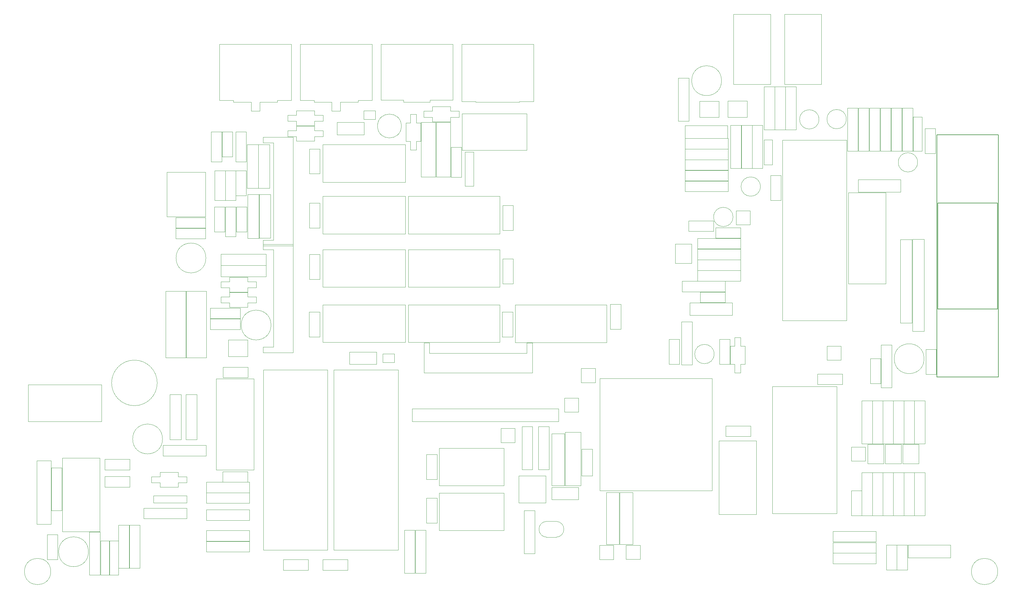
<source format=gbr>
%TF.GenerationSoftware,KiCad,Pcbnew,5.1.5+dfsg1-2build2*%
%TF.CreationDate,2021-08-30T08:57:17-04:00*%
%TF.ProjectId,coco3,636f636f-332e-46b6-9963-61645f706362,1.1.0*%
%TF.SameCoordinates,Original*%
%TF.FileFunction,Other,User*%
%FSLAX46Y46*%
G04 Gerber Fmt 4.6, Leading zero omitted, Abs format (unit mm)*
G04 Created by KiCad (PCBNEW 5.1.5+dfsg1-2build2) date 2021-08-30 08:57:17*
%MOMM*%
%LPD*%
G04 APERTURE LIST*
%ADD10C,0.050000*%
%ADD11C,0.152400*%
G04 APERTURE END LIST*
D10*
%TO.C,CN4*%
X185321400Y-101334000D02*
X185321400Y-104334000D01*
X186921400Y-101334000D02*
X185321400Y-101334000D01*
X186921400Y-104334000D02*
X186921400Y-101334000D01*
X157551400Y-101334000D02*
X157551400Y-104334000D01*
X155951400Y-101334000D02*
X157551400Y-101334000D01*
X155951400Y-104334000D02*
X155951400Y-101334000D01*
X186921400Y-109914000D02*
X155951400Y-109914000D01*
X186921400Y-104334000D02*
X186921400Y-109914000D01*
X157551400Y-104334000D02*
X185321400Y-104334000D01*
X155951400Y-109914000D02*
X155951400Y-104334000D01*
%TO.C,CN6*%
X110061000Y-44304000D02*
X113061000Y-44304000D01*
X110061000Y-42704000D02*
X110061000Y-44304000D01*
X113061000Y-42704000D02*
X110061000Y-42704000D01*
X110061000Y-72074000D02*
X113061000Y-72074000D01*
X110061000Y-73674000D02*
X110061000Y-72074000D01*
X113061000Y-73674000D02*
X110061000Y-73674000D01*
X118641000Y-42704000D02*
X118641000Y-73674000D01*
X113061000Y-42704000D02*
X118641000Y-42704000D01*
X113061000Y-72074000D02*
X113061000Y-44304000D01*
X118641000Y-73674000D02*
X113061000Y-73674000D01*
%TO.C,CN5*%
X110061000Y-74804000D02*
X113061000Y-74804000D01*
X110061000Y-73204000D02*
X110061000Y-74804000D01*
X113061000Y-73204000D02*
X110061000Y-73204000D01*
X110061000Y-102574000D02*
X113061000Y-102574000D01*
X110061000Y-104174000D02*
X110061000Y-102574000D01*
X113061000Y-104174000D02*
X110061000Y-104174000D01*
X118641000Y-73204000D02*
X118641000Y-104174000D01*
X113061000Y-73204000D02*
X118641000Y-73204000D01*
X113061000Y-102574000D02*
X113061000Y-74804000D01*
X118641000Y-104174000D02*
X113061000Y-104174000D01*
%TO.C,J5A1001*%
X254759200Y-7620400D02*
X244243600Y-7620400D01*
X244243600Y-7620400D02*
X244243600Y-27635600D01*
X244243600Y-27635600D02*
X254759200Y-27635600D01*
X254759200Y-27635600D02*
X254759200Y-7620400D01*
%TO.C,J5B1001*%
X269259200Y-7620400D02*
X258743600Y-7620400D01*
X258743600Y-7620400D02*
X258743600Y-27635600D01*
X258743600Y-27635600D02*
X269259200Y-27635600D01*
X269259200Y-27635600D02*
X269259200Y-7620400D01*
%TO.C,C1*%
X257791000Y-53624000D02*
X254791000Y-53624000D01*
X254791000Y-53624000D02*
X254791000Y-60724000D01*
X254791000Y-60724000D02*
X257791000Y-60724000D01*
X257791000Y-60724000D02*
X257791000Y-53624000D01*
%TO.C,C2*%
X276371000Y-37544000D02*
G75*
G03X276371000Y-37544000I-2750000J0D01*
G01*
%TO.C,C3*%
X296701000Y-49864000D02*
G75*
G03X296701000Y-49864000I-2750000J0D01*
G01*
%TO.C,C4*%
X268151000Y-113224000D02*
X275251000Y-113224000D01*
X268151000Y-110224000D02*
X268151000Y-113224000D01*
X275251000Y-110224000D02*
X268151000Y-110224000D01*
X275251000Y-113224000D02*
X275251000Y-110224000D01*
%TO.C,C6*%
X115851000Y-163174000D02*
X115851000Y-166174000D01*
X115851000Y-166174000D02*
X122951000Y-166174000D01*
X122951000Y-166174000D02*
X122951000Y-163174000D01*
X122951000Y-163174000D02*
X115851000Y-163174000D01*
%TO.C,C7*%
X127151000Y-166174000D02*
X134251000Y-166174000D01*
X127151000Y-163174000D02*
X127151000Y-166174000D01*
X134251000Y-163174000D02*
X127151000Y-163174000D01*
X134251000Y-166174000D02*
X134251000Y-163174000D01*
%TO.C,C8*%
X243201000Y-107474000D02*
X243201000Y-100374000D01*
X240201000Y-107474000D02*
X243201000Y-107474000D01*
X240201000Y-100374000D02*
X240201000Y-107474000D01*
X243201000Y-100374000D02*
X240201000Y-100374000D01*
%TO.C,C9*%
X238681000Y-104544000D02*
G75*
G03X238681000Y-104544000I-2750000J0D01*
G01*
%TO.C,C10*%
X228801000Y-100324000D02*
X225801000Y-100324000D01*
X225801000Y-100324000D02*
X225801000Y-107424000D01*
X225801000Y-107424000D02*
X228801000Y-107424000D01*
X228801000Y-107424000D02*
X228801000Y-100324000D01*
%TO.C,C11*%
X286201000Y-112974000D02*
X286201000Y-105874000D01*
X283201000Y-112974000D02*
X286201000Y-112974000D01*
X283201000Y-105874000D02*
X283201000Y-112974000D01*
X286201000Y-105874000D02*
X283201000Y-105874000D01*
%TO.C,C12*%
X242001000Y-125024000D02*
X242001000Y-128024000D01*
X242001000Y-128024000D02*
X249101000Y-128024000D01*
X249101000Y-128024000D02*
X249101000Y-125024000D01*
X249101000Y-125024000D02*
X242001000Y-125024000D01*
%TO.C,C13*%
X98551400Y-138074000D02*
X98551400Y-141074000D01*
X98551400Y-141074000D02*
X105651400Y-141074000D01*
X105651400Y-141074000D02*
X105651400Y-138074000D01*
X105651400Y-138074000D02*
X98551400Y-138074000D01*
%TO.C,C14*%
X48501400Y-156024000D02*
X48501400Y-163124000D01*
X51501400Y-156024000D02*
X48501400Y-156024000D01*
X51501400Y-163124000D02*
X51501400Y-156024000D01*
X48501400Y-163124000D02*
X51501400Y-163124000D01*
%TO.C,C15*%
X60301400Y-160944000D02*
G75*
G03X60301400Y-160944000I-4250000J0D01*
G01*
%TO.C,C16*%
X105301400Y-49694000D02*
X105301400Y-41194000D01*
X102301400Y-49694000D02*
X105301400Y-49694000D01*
X102301400Y-41194000D02*
X102301400Y-49694000D01*
X105301400Y-41194000D02*
X102301400Y-41194000D01*
%TO.C,C17*%
X99301400Y-71074000D02*
X102301400Y-71074000D01*
X102301400Y-71074000D02*
X102301400Y-62574000D01*
X102301400Y-62574000D02*
X99301400Y-62574000D01*
X99301400Y-62574000D02*
X99301400Y-71074000D01*
%TO.C,C18*%
X105461400Y-62574000D02*
X102461400Y-62574000D01*
X102461400Y-62574000D02*
X102461400Y-69674000D01*
X102461400Y-69674000D02*
X105461400Y-69674000D01*
X105461400Y-69674000D02*
X105461400Y-62574000D01*
%TO.C,C19*%
X105301400Y-59324000D02*
X105301400Y-52224000D01*
X102301400Y-59324000D02*
X105301400Y-59324000D01*
X102301400Y-52224000D02*
X102301400Y-59324000D01*
X105301400Y-52224000D02*
X102301400Y-52224000D01*
%TO.C,C20*%
X98301400Y-41194000D02*
X95301400Y-41194000D01*
X95301400Y-41194000D02*
X95301400Y-49694000D01*
X95301400Y-49694000D02*
X98301400Y-49694000D01*
X98301400Y-49694000D02*
X98301400Y-41194000D01*
%TO.C,C21*%
X96301400Y-52224000D02*
X96301400Y-60724000D01*
X99301400Y-52224000D02*
X96301400Y-52224000D01*
X99301400Y-60724000D02*
X99301400Y-52224000D01*
X96301400Y-60724000D02*
X99301400Y-60724000D01*
%TO.C,C22*%
X101401400Y-48294000D02*
X101401400Y-41194000D01*
X98401400Y-48294000D02*
X101401400Y-48294000D01*
X98401400Y-41194000D02*
X98401400Y-48294000D01*
X101401400Y-41194000D02*
X98401400Y-41194000D01*
%TO.C,C23*%
X99201400Y-69674000D02*
X99201400Y-62574000D01*
X96201400Y-69674000D02*
X99201400Y-69674000D01*
X96201400Y-62574000D02*
X96201400Y-69674000D01*
X99201400Y-62574000D02*
X96201400Y-62574000D01*
%TO.C,C24*%
X149521000Y-39504000D02*
G75*
G03X149521000Y-39504000I-3400000J0D01*
G01*
%TO.C,C25*%
X163651000Y-45574000D02*
X163651000Y-54074000D01*
X166651000Y-45574000D02*
X163651000Y-45574000D01*
X166651000Y-54074000D02*
X166651000Y-45574000D01*
X163651000Y-54074000D02*
X166651000Y-54074000D01*
%TO.C,C26*%
X302051000Y-110324000D02*
X302051000Y-103224000D01*
X299051000Y-110324000D02*
X302051000Y-110324000D01*
X299051000Y-103224000D02*
X299051000Y-110324000D01*
X302051000Y-103224000D02*
X299051000Y-103224000D01*
%TO.C,C27*%
X298551000Y-105874000D02*
G75*
G03X298551000Y-105874000I-4250000J0D01*
G01*
%TO.C,C28*%
X72051400Y-134574000D02*
X64951400Y-134574000D01*
X72051400Y-137574000D02*
X72051400Y-134574000D01*
X64951400Y-137574000D02*
X72051400Y-137574000D01*
X64951400Y-134574000D02*
X64951400Y-137574000D01*
%TO.C,C29*%
X79901400Y-112774000D02*
G75*
G03X79901400Y-112774000I-6500000J0D01*
G01*
%TO.C,C30*%
X72051400Y-142474000D02*
X72051400Y-139474000D01*
X72051400Y-139474000D02*
X64951400Y-139474000D01*
X64951400Y-139474000D02*
X64951400Y-142474000D01*
X64951400Y-142474000D02*
X72051400Y-142474000D01*
%TO.C,C31*%
X81411400Y-128774000D02*
G75*
G03X81411400Y-128774000I-4250000J0D01*
G01*
%TO.C,C32*%
X103551400Y-94524000D02*
X95051400Y-94524000D01*
X103551400Y-97524000D02*
X103551400Y-94524000D01*
X95051400Y-97524000D02*
X103551400Y-97524000D01*
X95051400Y-94524000D02*
X95051400Y-97524000D01*
%TO.C,C33*%
X95051400Y-91424000D02*
X95051400Y-94424000D01*
X95051400Y-94424000D02*
X103551400Y-94424000D01*
X103551400Y-94424000D02*
X103551400Y-91424000D01*
X103551400Y-91424000D02*
X95051400Y-91424000D01*
%TO.C,C34*%
X255341000Y-50524000D02*
X255341000Y-43424000D01*
X252941000Y-50524000D02*
X255341000Y-50524000D01*
X252941000Y-43424000D02*
X252941000Y-50524000D01*
X255341000Y-43424000D02*
X252941000Y-43424000D01*
%TO.C,C35*%
X85201400Y-68624000D02*
X93701400Y-68624000D01*
X85201400Y-65624000D02*
X85201400Y-68624000D01*
X93701400Y-65624000D02*
X85201400Y-65624000D01*
X93701400Y-68624000D02*
X93701400Y-65624000D01*
%TO.C,C36*%
X93701400Y-71674000D02*
X93701400Y-68674000D01*
X93701400Y-68674000D02*
X85201400Y-68674000D01*
X85201400Y-68674000D02*
X85201400Y-71674000D01*
X85201400Y-71674000D02*
X93701400Y-71674000D01*
%TO.C,C37*%
X234731000Y-89844000D02*
X241831000Y-89844000D01*
X234731000Y-86844000D02*
X234731000Y-89844000D01*
X241831000Y-86844000D02*
X234731000Y-86844000D01*
X241831000Y-89844000D02*
X241831000Y-86844000D01*
%TO.C,C38*%
X209101000Y-97424000D02*
X212101000Y-97424000D01*
X212101000Y-97424000D02*
X212101000Y-90324000D01*
X212101000Y-90324000D02*
X209101000Y-90324000D01*
X209101000Y-90324000D02*
X209101000Y-97424000D01*
%TO.C,C39*%
X178401000Y-69264000D02*
X181401000Y-69264000D01*
X181401000Y-69264000D02*
X181401000Y-62164000D01*
X181401000Y-62164000D02*
X178401000Y-62164000D01*
X178401000Y-62164000D02*
X178401000Y-69264000D01*
%TO.C,C40*%
X178276000Y-92564000D02*
X178276000Y-99664000D01*
X181276000Y-92564000D02*
X178276000Y-92564000D01*
X181276000Y-99664000D02*
X181276000Y-92564000D01*
X178276000Y-99664000D02*
X181276000Y-99664000D01*
%TO.C,C41*%
X178401000Y-77364000D02*
X178401000Y-84464000D01*
X181401000Y-77364000D02*
X178401000Y-77364000D01*
X181401000Y-84464000D02*
X181401000Y-77364000D01*
X178401000Y-84464000D02*
X181401000Y-84464000D01*
%TO.C,C42*%
X277801000Y-150624000D02*
X280801000Y-150624000D01*
X280801000Y-150624000D02*
X280801000Y-143524000D01*
X280801000Y-143524000D02*
X277801000Y-143524000D01*
X277801000Y-143524000D02*
X277801000Y-150624000D01*
%TO.C,C43*%
X123301000Y-46024000D02*
X123301000Y-53124000D01*
X126301000Y-46024000D02*
X123301000Y-46024000D01*
X126301000Y-53124000D02*
X126301000Y-46024000D01*
X123301000Y-53124000D02*
X126301000Y-53124000D01*
%TO.C,C44*%
X126301000Y-61464000D02*
X123301000Y-61464000D01*
X123301000Y-61464000D02*
X123301000Y-68564000D01*
X123301000Y-68564000D02*
X126301000Y-68564000D01*
X126301000Y-68564000D02*
X126301000Y-61464000D01*
%TO.C,C45*%
X126301000Y-83224000D02*
X126301000Y-76124000D01*
X123301000Y-83224000D02*
X126301000Y-83224000D01*
X123301000Y-76124000D02*
X123301000Y-83224000D01*
X126301000Y-76124000D02*
X123301000Y-76124000D01*
%TO.C,C46*%
X126231000Y-92574000D02*
X123231000Y-92574000D01*
X123231000Y-92574000D02*
X123231000Y-99674000D01*
X123231000Y-99674000D02*
X126231000Y-99674000D01*
X126231000Y-99674000D02*
X126231000Y-92574000D01*
%TO.C,C47*%
X156701000Y-133224000D02*
X156701000Y-140324000D01*
X159701000Y-133224000D02*
X156701000Y-133224000D01*
X159701000Y-140324000D02*
X159701000Y-133224000D01*
X156701000Y-140324000D02*
X159701000Y-140324000D01*
%TO.C,C48*%
X156701000Y-152724000D02*
X159701000Y-152724000D01*
X159701000Y-152724000D02*
X159701000Y-145624000D01*
X159701000Y-145624000D02*
X156701000Y-145624000D01*
X156701000Y-145624000D02*
X156701000Y-152724000D01*
%TO.C,C49*%
X99301400Y-60724000D02*
X102301400Y-60724000D01*
X102301400Y-60724000D02*
X102301400Y-52224000D01*
X102301400Y-52224000D02*
X99301400Y-52224000D01*
X99301400Y-52224000D02*
X99301400Y-60724000D01*
%TO.C,C50*%
X239151000Y-68474000D02*
X239151000Y-71474000D01*
X239151000Y-71474000D02*
X246251000Y-71474000D01*
X246251000Y-71474000D02*
X246251000Y-68474000D01*
X246251000Y-68474000D02*
X239151000Y-68474000D01*
%TO.C,C51*%
X238551000Y-69554000D02*
X238551000Y-66554000D01*
X238551000Y-66554000D02*
X231451000Y-66554000D01*
X231451000Y-66554000D02*
X231451000Y-69554000D01*
X231451000Y-69554000D02*
X238551000Y-69554000D01*
%TO.C,C54*%
X240801000Y-26574000D02*
G75*
G03X240801000Y-26574000I-4250000J0D01*
G01*
%TO.C,C55*%
X251881000Y-56774000D02*
G75*
G03X251881000Y-56774000I-2750000J0D01*
G01*
%TO.C,C56*%
X268571000Y-37614000D02*
G75*
G03X268571000Y-37614000I-2750000J0D01*
G01*
%TO.C,C58*%
X290801000Y-166124000D02*
X293801000Y-166124000D01*
X293801000Y-166124000D02*
X293801000Y-159024000D01*
X293801000Y-159024000D02*
X290801000Y-159024000D01*
X290801000Y-159024000D02*
X290801000Y-166124000D01*
%TO.C,C59*%
X287801000Y-159024000D02*
X287801000Y-166124000D01*
X290801000Y-159024000D02*
X287801000Y-159024000D01*
X290801000Y-166124000D02*
X290801000Y-159024000D01*
X287801000Y-166124000D02*
X290801000Y-166124000D01*
%TO.C,C60*%
X192351000Y-146074000D02*
X200051000Y-146074000D01*
X192351000Y-142574000D02*
X192351000Y-146074000D01*
X200051000Y-142574000D02*
X192351000Y-142574000D01*
X200051000Y-146074000D02*
X200051000Y-142574000D01*
%TO.C,C61*%
X298801000Y-47324000D02*
X301801000Y-47324000D01*
X301801000Y-47324000D02*
X301801000Y-40224000D01*
X301801000Y-40224000D02*
X298801000Y-40224000D01*
X298801000Y-40224000D02*
X298801000Y-47324000D01*
%TO.C,C62*%
X93781400Y-77144000D02*
G75*
G03X93781400Y-77144000I-4250000J0D01*
G01*
%TO.C,C63*%
X112351000Y-96274000D02*
G75*
G03X112351000Y-96274000I-4250000J0D01*
G01*
%TO.C,C64*%
X200951000Y-139324000D02*
X203951000Y-139324000D01*
X203951000Y-139324000D02*
X203951000Y-131624000D01*
X203951000Y-131624000D02*
X200951000Y-131624000D01*
X200951000Y-131624000D02*
X200951000Y-139324000D01*
%TO.C,C65*%
X134751000Y-103974000D02*
X134751000Y-107474000D01*
X134751000Y-107474000D02*
X142451000Y-107474000D01*
X142451000Y-107474000D02*
X142451000Y-103974000D01*
X142451000Y-103974000D02*
X134751000Y-103974000D01*
%TO.C,C66*%
X138851000Y-41974000D02*
X138851000Y-38474000D01*
X138851000Y-38474000D02*
X131151000Y-38474000D01*
X131151000Y-38474000D02*
X131151000Y-41974000D01*
X131151000Y-41974000D02*
X138851000Y-41974000D01*
%TO.C,C67*%
X244061000Y-65444000D02*
G75*
G03X244061000Y-65444000I-2750000J0D01*
G01*
%TO.C,C68*%
X105751400Y-108274000D02*
X98651400Y-108274000D01*
X105751400Y-111274000D02*
X105751400Y-108274000D01*
X98651400Y-111274000D02*
X105751400Y-111274000D01*
X98651400Y-108274000D02*
X98651400Y-111274000D01*
D11*
%TO.C,CN1*%
X319468400Y-91687000D02*
X319468400Y-61461000D01*
X302488500Y-91687000D02*
X319468400Y-91687000D01*
X302488500Y-61461000D02*
X302488500Y-91687000D01*
X319468400Y-61461000D02*
X302488500Y-61461000D01*
X319722400Y-111118000D02*
X319722400Y-42030000D01*
X302234500Y-111118000D02*
X319722400Y-111118000D01*
X302234500Y-42030000D02*
X302234500Y-111118000D01*
X319722400Y-42030000D02*
X302234500Y-42030000D01*
D10*
%TO.C,CN7*%
X82701400Y-52644000D02*
X82701400Y-65384000D01*
X93711400Y-52644000D02*
X82701400Y-52644000D01*
X93711400Y-65384000D02*
X93711400Y-52644000D01*
X82701400Y-65384000D02*
X93711400Y-65384000D01*
%TO.C,D1*%
X88051400Y-86624000D02*
X82351400Y-86624000D01*
X82351400Y-86624000D02*
X82351400Y-105564000D01*
X82351400Y-105564000D02*
X88051400Y-105564000D01*
X88051400Y-105564000D02*
X88051400Y-86624000D01*
%TO.C,D2*%
X93901400Y-105564000D02*
X93901400Y-86624000D01*
X88201400Y-105564000D02*
X93901400Y-105564000D01*
X88201400Y-86624000D02*
X88201400Y-105564000D01*
X93901400Y-86624000D02*
X88201400Y-86624000D01*
%TO.C,D3*%
X91251400Y-128974000D02*
X91251400Y-116114000D01*
X88051400Y-128974000D02*
X91251400Y-128974000D01*
X88051400Y-116114000D02*
X88051400Y-128974000D01*
X91251400Y-116114000D02*
X88051400Y-116114000D01*
%TO.C,D4*%
X86741400Y-116114000D02*
X83541400Y-116114000D01*
X83541400Y-116114000D02*
X83541400Y-128974000D01*
X83541400Y-128974000D02*
X86741400Y-128974000D01*
X86741400Y-128974000D02*
X86741400Y-116114000D01*
%TO.C,D5*%
X167651000Y-56624000D02*
X170151000Y-56624000D01*
X170151000Y-56624000D02*
X170151000Y-46904000D01*
X170151000Y-46904000D02*
X167651000Y-46904000D01*
X167651000Y-46904000D02*
X167651000Y-56624000D01*
%TO.C,D6*%
X66251400Y-167584000D02*
X66251400Y-157864000D01*
X63751400Y-167584000D02*
X66251400Y-167584000D01*
X63751400Y-157864000D02*
X63751400Y-167584000D01*
X66251400Y-157864000D02*
X63751400Y-157864000D01*
%TO.C,D7*%
X68851400Y-157864000D02*
X66351400Y-157864000D01*
X66351400Y-157864000D02*
X66351400Y-167584000D01*
X66351400Y-167584000D02*
X68851400Y-167584000D01*
X68851400Y-167584000D02*
X68851400Y-157864000D01*
%TO.C,D8*%
X108711400Y-57274000D02*
X108711400Y-44814000D01*
X105511400Y-57274000D02*
X108711400Y-57274000D01*
X105511400Y-44814000D02*
X105511400Y-57274000D01*
X108711400Y-44814000D02*
X105511400Y-44814000D01*
%TO.C,D9*%
X111981400Y-44814000D02*
X108781400Y-44814000D01*
X108781400Y-44814000D02*
X108781400Y-57274000D01*
X108781400Y-57274000D02*
X111981400Y-57274000D01*
X111981400Y-57274000D02*
X111981400Y-44814000D01*
%TO.C,D10*%
X108921400Y-59054000D02*
X105721400Y-59054000D01*
X105721400Y-59054000D02*
X105721400Y-71514000D01*
X105721400Y-71514000D02*
X108921400Y-71514000D01*
X108921400Y-71514000D02*
X108921400Y-59054000D01*
%TO.C,D11*%
X112231400Y-71504000D02*
X112231400Y-59044000D01*
X109031400Y-71504000D02*
X112231400Y-71504000D01*
X109031400Y-59044000D02*
X109031400Y-71504000D01*
X112231400Y-59044000D02*
X109031400Y-59044000D01*
%TO.C,D12*%
X297951000Y-46674000D02*
X297951000Y-36954000D01*
X295451000Y-46674000D02*
X297951000Y-46674000D01*
X295451000Y-36954000D02*
X295451000Y-46674000D01*
X297951000Y-36954000D02*
X295451000Y-36954000D01*
%TO.C,D13*%
X110921400Y-76014000D02*
X98061400Y-76014000D01*
X110921400Y-79214000D02*
X110921400Y-76014000D01*
X98061400Y-79214000D02*
X110921400Y-79214000D01*
X98061400Y-76014000D02*
X98061400Y-79214000D01*
%TO.C,D14*%
X110921000Y-82494000D02*
X110921000Y-79294000D01*
X110921000Y-79294000D02*
X98061000Y-79294000D01*
X98061000Y-79294000D02*
X98061000Y-82494000D01*
X98061000Y-82494000D02*
X110921000Y-82494000D01*
%TO.C,IC1*%
X276501000Y-43554000D02*
X258151000Y-43554000D01*
X276501000Y-95004000D02*
X276501000Y-43554000D01*
X258151000Y-95004000D02*
X276501000Y-95004000D01*
X258151000Y-43554000D02*
X258151000Y-95004000D01*
%TO.C,IC3*%
X287681000Y-58474000D02*
X276981000Y-58474000D01*
X287681000Y-84524000D02*
X287681000Y-58474000D01*
X276981000Y-84524000D02*
X287681000Y-84524000D01*
X276981000Y-58474000D02*
X276981000Y-84524000D01*
%TO.C,IC4*%
X110151000Y-109034000D02*
X110151000Y-160484000D01*
X110151000Y-160484000D02*
X128501000Y-160484000D01*
X128501000Y-160484000D02*
X128501000Y-109034000D01*
X128501000Y-109034000D02*
X110151000Y-109034000D01*
%TO.C,IC5*%
X148581000Y-109034000D02*
X130231000Y-109034000D01*
X148581000Y-160484000D02*
X148581000Y-109034000D01*
X130231000Y-160484000D02*
X148581000Y-160484000D01*
X130231000Y-109034000D02*
X130231000Y-160484000D01*
%TO.C,IC6*%
X206101000Y-111474000D02*
X206101000Y-143474000D01*
X238101000Y-111474000D02*
X206101000Y-111474000D01*
X238101000Y-143474000D02*
X238101000Y-111474000D01*
X206101000Y-143474000D02*
X238101000Y-143474000D01*
%TO.C,IC7*%
X96751400Y-111574000D02*
X96751400Y-137624000D01*
X96751400Y-137624000D02*
X107451400Y-137624000D01*
X107451400Y-137624000D02*
X107451400Y-111574000D01*
X107451400Y-111574000D02*
X96751400Y-111574000D01*
%TO.C,IC8*%
X52851400Y-134174000D02*
X52851400Y-155174000D01*
X52851400Y-155174000D02*
X63551400Y-155174000D01*
X63551400Y-155174000D02*
X63551400Y-134174000D01*
X63551400Y-134174000D02*
X52851400Y-134174000D01*
%TO.C,IC9*%
X250751000Y-129254000D02*
X240051000Y-129254000D01*
X250751000Y-150254000D02*
X250751000Y-129254000D01*
X240051000Y-150254000D02*
X250751000Y-150254000D01*
X240051000Y-129254000D02*
X240051000Y-150254000D01*
%TO.C,IC10*%
X182001000Y-101244000D02*
X208051000Y-101244000D01*
X208051000Y-101244000D02*
X208051000Y-90544000D01*
X208051000Y-90544000D02*
X182001000Y-90544000D01*
X182001000Y-90544000D02*
X182001000Y-101244000D01*
%TO.C,IC11*%
X151501000Y-59554000D02*
X151501000Y-70254000D01*
X177551000Y-59554000D02*
X151501000Y-59554000D01*
X177551000Y-70254000D02*
X177551000Y-59554000D01*
X151501000Y-70254000D02*
X177551000Y-70254000D01*
%TO.C,IC12*%
X151501000Y-101174000D02*
X177551000Y-101174000D01*
X177551000Y-101174000D02*
X177551000Y-90474000D01*
X177551000Y-90474000D02*
X151501000Y-90474000D01*
X151501000Y-90474000D02*
X151501000Y-101174000D01*
%TO.C,IC13*%
X151501000Y-74734000D02*
X151501000Y-85434000D01*
X177551000Y-74734000D02*
X151501000Y-74734000D01*
X177551000Y-85434000D02*
X177551000Y-74734000D01*
X151501000Y-85434000D02*
X177551000Y-85434000D01*
%TO.C,IC14*%
X160331000Y-142084000D02*
X178781000Y-142084000D01*
X178781000Y-142084000D02*
X178781000Y-131384000D01*
X178781000Y-131384000D02*
X160331000Y-131384000D01*
X160331000Y-131384000D02*
X160331000Y-142084000D01*
%TO.C,IC15*%
X160331000Y-144174000D02*
X160331000Y-154874000D01*
X178781000Y-144174000D02*
X160331000Y-144174000D01*
X178781000Y-154874000D02*
X178781000Y-144174000D01*
X160331000Y-154874000D02*
X178781000Y-154874000D01*
%TO.C,IC16*%
X127151000Y-85434000D02*
X150651000Y-85434000D01*
X150651000Y-85434000D02*
X150651000Y-74734000D01*
X150651000Y-74734000D02*
X127151000Y-74734000D01*
X127151000Y-74734000D02*
X127151000Y-85434000D01*
%TO.C,IC17*%
X127151000Y-90474000D02*
X127151000Y-101174000D01*
X150651000Y-90474000D02*
X127151000Y-90474000D01*
X150651000Y-101174000D02*
X150651000Y-90474000D01*
X127151000Y-101174000D02*
X150651000Y-101174000D01*
%TO.C,IC18*%
X127151000Y-44824000D02*
X127151000Y-55524000D01*
X150651000Y-44824000D02*
X127151000Y-44824000D01*
X150651000Y-55524000D02*
X150651000Y-44824000D01*
X127151000Y-55524000D02*
X150651000Y-55524000D01*
%TO.C,IC19*%
X127151000Y-70254000D02*
X150651000Y-70254000D01*
X150651000Y-70254000D02*
X150651000Y-59554000D01*
X150651000Y-59554000D02*
X127151000Y-59554000D01*
X127151000Y-59554000D02*
X127151000Y-70254000D01*
%TO.C,IC36*%
X105661000Y-105204000D02*
X100201000Y-105204000D01*
X105661000Y-105204000D02*
X105661000Y-100464000D01*
X100201000Y-100464000D02*
X100201000Y-105204000D01*
X100201000Y-100464000D02*
X105661000Y-100464000D01*
%TO.C,CN2*%
X152641000Y-123784000D02*
X194341000Y-123784000D01*
X194341000Y-123784000D02*
X194341000Y-120184000D01*
X194341000Y-120184000D02*
X152641000Y-120184000D01*
X152641000Y-120184000D02*
X152641000Y-123784000D01*
%TO.C,JK1*%
X97671000Y-16214000D02*
X118171000Y-16214000D01*
X97671000Y-32214000D02*
X97671000Y-16214000D01*
X101671000Y-32214000D02*
X97671000Y-32214000D01*
X101671000Y-32694000D02*
X101671000Y-32214000D01*
X106691000Y-32694000D02*
X101671000Y-32694000D01*
X106691000Y-35194000D02*
X106691000Y-32694000D01*
X109151000Y-35194000D02*
X106691000Y-35194000D01*
X109151000Y-32694000D02*
X109151000Y-35194000D01*
X114171000Y-32694000D02*
X109151000Y-32694000D01*
X114171000Y-32214000D02*
X114171000Y-32694000D01*
X118171000Y-32214000D02*
X114171000Y-32214000D01*
X118171000Y-16214000D02*
X118171000Y-32214000D01*
%TO.C,JK2*%
X141171000Y-16214000D02*
X141171000Y-32214000D01*
X141171000Y-32214000D02*
X137171000Y-32214000D01*
X137171000Y-32214000D02*
X137171000Y-32694000D01*
X137171000Y-32694000D02*
X132151000Y-32694000D01*
X132151000Y-32694000D02*
X132151000Y-35194000D01*
X132151000Y-35194000D02*
X129691000Y-35194000D01*
X129691000Y-35194000D02*
X129691000Y-32694000D01*
X129691000Y-32694000D02*
X124671000Y-32694000D01*
X124671000Y-32694000D02*
X124671000Y-32214000D01*
X124671000Y-32214000D02*
X120671000Y-32214000D01*
X120671000Y-32214000D02*
X120671000Y-16214000D01*
X120671000Y-16214000D02*
X141171000Y-16214000D01*
%TO.C,JK3*%
X164171000Y-16214000D02*
X164171000Y-32114000D01*
X164171000Y-32114000D02*
X157671000Y-32114000D01*
X157671000Y-32114000D02*
X157671000Y-32714000D01*
X157671000Y-32714000D02*
X150171000Y-32714000D01*
X150171000Y-32714000D02*
X150171000Y-32114000D01*
X150171000Y-32114000D02*
X143671000Y-32114000D01*
X143671000Y-32114000D02*
X143671000Y-16214000D01*
X143671000Y-16214000D02*
X164171000Y-16214000D01*
%TO.C,JK4*%
X187201000Y-16214000D02*
X187201000Y-32514000D01*
X187201000Y-32514000D02*
X183201000Y-32514000D01*
X183201000Y-32514000D02*
X183201000Y-32714000D01*
X183201000Y-32714000D02*
X170701000Y-32714000D01*
X170701000Y-32714000D02*
X170701000Y-32514000D01*
X170701000Y-32514000D02*
X166701000Y-32514000D01*
X166701000Y-32514000D02*
X166701000Y-16214000D01*
X166701000Y-16214000D02*
X187201000Y-16214000D01*
%TO.C,L1*%
X196201000Y-142074000D02*
X200701000Y-142074000D01*
X200701000Y-142074000D02*
X200701000Y-126874000D01*
X200701000Y-126874000D02*
X196201000Y-126874000D01*
X196201000Y-126874000D02*
X196201000Y-142074000D01*
%TO.C,MP1*%
X295241000Y-98074000D02*
X298541000Y-98074000D01*
X298541000Y-98074000D02*
X298541000Y-71824000D01*
X298541000Y-71824000D02*
X295241000Y-71824000D01*
X295241000Y-71824000D02*
X295241000Y-98074000D01*
%TO.C,MP2*%
X291801000Y-95644000D02*
X295101000Y-95644000D01*
X295101000Y-95644000D02*
X295101000Y-71894000D01*
X295101000Y-71894000D02*
X291801000Y-71894000D01*
X291801000Y-71894000D02*
X291801000Y-95644000D01*
%TO.C,Q1*%
X43091400Y-113307000D02*
X43091400Y-123807000D01*
X64051400Y-113307000D02*
X43091400Y-113307000D01*
X64051400Y-123807000D02*
X64051400Y-113307000D01*
X43091400Y-123807000D02*
X64051400Y-123807000D01*
%TO.C,Q2*%
X240041000Y-37024000D02*
X234541000Y-37024000D01*
X240041000Y-37024000D02*
X240041000Y-32424000D01*
X234541000Y-32424000D02*
X234541000Y-37024000D01*
X234541000Y-32424000D02*
X240041000Y-32424000D01*
%TO.C,Q3*%
X232241000Y-73174000D02*
X232241000Y-78674000D01*
X232241000Y-73174000D02*
X227641000Y-73174000D01*
X227641000Y-78674000D02*
X232241000Y-78674000D01*
X227641000Y-78674000D02*
X227641000Y-73174000D01*
%TO.C,Q4*%
X248141000Y-36974000D02*
X242641000Y-36974000D01*
X248141000Y-36974000D02*
X248141000Y-32374000D01*
X242641000Y-32374000D02*
X242641000Y-36974000D01*
X242641000Y-32374000D02*
X248141000Y-32374000D01*
%TO.C,Q5*%
X282451000Y-135774000D02*
X282451000Y-130274000D01*
X282451000Y-135774000D02*
X287051000Y-135774000D01*
X287051000Y-130274000D02*
X282451000Y-130274000D01*
X287051000Y-130274000D02*
X287051000Y-135774000D01*
%TO.C,Q6*%
X292051000Y-130274000D02*
X292051000Y-135774000D01*
X292051000Y-130274000D02*
X287451000Y-130274000D01*
X287451000Y-135774000D02*
X292051000Y-135774000D01*
X287451000Y-135774000D02*
X287451000Y-130274000D01*
%TO.C,Q7*%
X292451000Y-135774000D02*
X292451000Y-130274000D01*
X292451000Y-135774000D02*
X297051000Y-135774000D01*
X297051000Y-130274000D02*
X292451000Y-130274000D01*
X297051000Y-130274000D02*
X297051000Y-135774000D01*
%TO.C,R1*%
X295326000Y-34414000D02*
X292326000Y-34414000D01*
X292326000Y-34414000D02*
X292326000Y-46674000D01*
X292326000Y-46674000D02*
X295326000Y-46674000D01*
X295326000Y-46674000D02*
X295326000Y-34414000D01*
%TO.C,R2*%
X282826000Y-34414000D02*
X279826000Y-34414000D01*
X279826000Y-34414000D02*
X279826000Y-46674000D01*
X279826000Y-46674000D02*
X282826000Y-46674000D01*
X282826000Y-46674000D02*
X282826000Y-34414000D01*
%TO.C,R3*%
X285951000Y-46674000D02*
X285951000Y-34414000D01*
X282951000Y-46674000D02*
X285951000Y-46674000D01*
X282951000Y-34414000D02*
X282951000Y-46674000D01*
X285951000Y-34414000D02*
X282951000Y-34414000D01*
%TO.C,R4*%
X289076000Y-46674000D02*
X289076000Y-34414000D01*
X286076000Y-46674000D02*
X289076000Y-46674000D01*
X286076000Y-34414000D02*
X286076000Y-46674000D01*
X289076000Y-34414000D02*
X286076000Y-34414000D01*
%TO.C,R5*%
X292201000Y-34414000D02*
X289201000Y-34414000D01*
X289201000Y-34414000D02*
X289201000Y-46674000D01*
X289201000Y-46674000D02*
X292201000Y-46674000D01*
X292201000Y-46674000D02*
X292201000Y-34414000D01*
%TO.C,R6*%
X153501000Y-167024000D02*
X156501000Y-167024000D01*
X156501000Y-167024000D02*
X156501000Y-154764000D01*
X156501000Y-154764000D02*
X153501000Y-154764000D01*
X153501000Y-154764000D02*
X153501000Y-167024000D01*
%TO.C,R7*%
X93951400Y-157974000D02*
X93951400Y-160974000D01*
X93951400Y-160974000D02*
X106211400Y-160974000D01*
X106211400Y-160974000D02*
X106211400Y-157974000D01*
X106211400Y-157974000D02*
X93951400Y-157974000D01*
%TO.C,R8*%
X232401000Y-107634000D02*
X232401000Y-95374000D01*
X229401000Y-107634000D02*
X232401000Y-107634000D01*
X229401000Y-95374000D02*
X229401000Y-107634000D01*
X232401000Y-95374000D02*
X229401000Y-95374000D01*
%TO.C,R9*%
X211801000Y-144044000D02*
X211801000Y-158844000D01*
X215501000Y-144044000D02*
X211801000Y-144044000D01*
X215501000Y-158844000D02*
X215501000Y-144044000D01*
X211801000Y-158844000D02*
X215501000Y-158844000D01*
%TO.C,R10*%
X207951000Y-144044000D02*
X207951000Y-158844000D01*
X211651000Y-144044000D02*
X207951000Y-144044000D01*
X211651000Y-158844000D02*
X211651000Y-144044000D01*
X207951000Y-158844000D02*
X211651000Y-158844000D01*
%TO.C,R11*%
X286301000Y-114174000D02*
X289301000Y-114174000D01*
X289301000Y-114174000D02*
X289301000Y-101914000D01*
X289301000Y-101914000D02*
X286301000Y-101914000D01*
X286301000Y-101914000D02*
X286301000Y-114174000D01*
%TO.C,R12*%
X106211400Y-154874000D02*
X93951400Y-154874000D01*
X106211400Y-157874000D02*
X106211400Y-154874000D01*
X93951400Y-157874000D02*
X106211400Y-157874000D01*
X93951400Y-154874000D02*
X93951400Y-157874000D01*
%TO.C,R13*%
X155151000Y-54024000D02*
X159251000Y-54024000D01*
X159251000Y-54024000D02*
X159251000Y-38424000D01*
X159251000Y-38424000D02*
X155151000Y-38424000D01*
X155151000Y-38424000D02*
X155151000Y-54024000D01*
%TO.C,R14*%
X159451000Y-38424000D02*
X159451000Y-54024000D01*
X163551000Y-38424000D02*
X159451000Y-38424000D01*
X163551000Y-54024000D02*
X163551000Y-38424000D01*
X159451000Y-54024000D02*
X163551000Y-54024000D01*
%TO.C,R16*%
X75001400Y-153324000D02*
X72001400Y-153324000D01*
X72001400Y-153324000D02*
X72001400Y-165584000D01*
X72001400Y-165584000D02*
X75001400Y-165584000D01*
X75001400Y-165584000D02*
X75001400Y-153324000D01*
%TO.C,R17*%
X68901400Y-153324000D02*
X68901400Y-165584000D01*
X71901400Y-153324000D02*
X68901400Y-153324000D01*
X71901400Y-165584000D02*
X71901400Y-153324000D01*
X68901400Y-165584000D02*
X71901400Y-165584000D01*
%TO.C,R18*%
X88351400Y-151474000D02*
X88351400Y-148474000D01*
X88351400Y-148474000D02*
X76091400Y-148474000D01*
X76091400Y-148474000D02*
X76091400Y-151474000D01*
X76091400Y-151474000D02*
X88351400Y-151474000D01*
%TO.C,R19*%
X45551400Y-153124000D02*
X49651400Y-153124000D01*
X49651400Y-153124000D02*
X49651400Y-134984000D01*
X49651400Y-134984000D02*
X45551400Y-134984000D01*
X45551400Y-134984000D02*
X45551400Y-153124000D01*
%TO.C,R20*%
X49701400Y-136964000D02*
X49701400Y-149224000D01*
X52701400Y-136964000D02*
X49701400Y-136964000D01*
X52701400Y-149224000D02*
X52701400Y-136964000D01*
X49701400Y-149224000D02*
X52701400Y-149224000D01*
%TO.C,R21*%
X153401000Y-154764000D02*
X150401000Y-154764000D01*
X150401000Y-154764000D02*
X150401000Y-167024000D01*
X150401000Y-167024000D02*
X153401000Y-167024000D01*
X153401000Y-167024000D02*
X153401000Y-154764000D01*
%TO.C,R22*%
X186901000Y-137484000D02*
X186901000Y-125224000D01*
X183901000Y-137484000D02*
X186901000Y-137484000D01*
X183901000Y-125224000D02*
X183901000Y-137484000D01*
X186901000Y-125224000D02*
X183901000Y-125224000D01*
%TO.C,R23*%
X191601000Y-137484000D02*
X191601000Y-125224000D01*
X188601000Y-137484000D02*
X191601000Y-137484000D01*
X188601000Y-125224000D02*
X188601000Y-137484000D01*
X191601000Y-125224000D02*
X188601000Y-125224000D01*
%TO.C,R26*%
X246241000Y-74544000D02*
X246241000Y-71544000D01*
X246241000Y-71544000D02*
X233981000Y-71544000D01*
X233981000Y-71544000D02*
X233981000Y-74544000D01*
X233981000Y-74544000D02*
X246241000Y-74544000D01*
%TO.C,R27*%
X233971000Y-80724000D02*
X233971000Y-83724000D01*
X233971000Y-83724000D02*
X246231000Y-83724000D01*
X246231000Y-83724000D02*
X246231000Y-80724000D01*
X246231000Y-80724000D02*
X233971000Y-80724000D01*
%TO.C,R28*%
X246241000Y-74604000D02*
X233981000Y-74604000D01*
X246241000Y-77604000D02*
X246241000Y-74604000D01*
X233981000Y-77604000D02*
X246241000Y-77604000D01*
X233981000Y-74604000D02*
X233981000Y-77604000D01*
%TO.C,R29*%
X246231000Y-80674000D02*
X246231000Y-77674000D01*
X246231000Y-77674000D02*
X233971000Y-77674000D01*
X233971000Y-77674000D02*
X233971000Y-80674000D01*
X233971000Y-80674000D02*
X246231000Y-80674000D01*
%TO.C,R30*%
X242701000Y-52104000D02*
X242701000Y-49104000D01*
X242701000Y-49104000D02*
X230441000Y-49104000D01*
X230441000Y-49104000D02*
X230441000Y-52104000D01*
X230441000Y-52104000D02*
X242701000Y-52104000D01*
%TO.C,R31*%
X249541000Y-51574000D02*
X252541000Y-51574000D01*
X252541000Y-51574000D02*
X252541000Y-39314000D01*
X252541000Y-39314000D02*
X249541000Y-39314000D01*
X249541000Y-39314000D02*
X249541000Y-51574000D01*
%TO.C,R32*%
X252961000Y-40574000D02*
X255961000Y-40574000D01*
X255961000Y-40574000D02*
X255961000Y-28314000D01*
X255961000Y-28314000D02*
X252961000Y-28314000D01*
X252961000Y-28314000D02*
X252961000Y-40574000D01*
%TO.C,R33*%
X246511000Y-51574000D02*
X249511000Y-51574000D01*
X249511000Y-51574000D02*
X249511000Y-39314000D01*
X249511000Y-39314000D02*
X246511000Y-39314000D01*
X246511000Y-39314000D02*
X246511000Y-51574000D01*
%TO.C,R34*%
X246381000Y-51574000D02*
X246381000Y-39314000D01*
X243381000Y-51574000D02*
X246381000Y-51574000D01*
X243381000Y-39314000D02*
X243381000Y-51574000D01*
X246381000Y-39314000D02*
X243381000Y-39314000D01*
%TO.C,R35*%
X256001000Y-28314000D02*
X256001000Y-40574000D01*
X259001000Y-28314000D02*
X256001000Y-28314000D01*
X259001000Y-40574000D02*
X259001000Y-28314000D01*
X256001000Y-40574000D02*
X259001000Y-40574000D01*
%TO.C,R36*%
X259061000Y-40564000D02*
X262061000Y-40564000D01*
X262061000Y-40564000D02*
X262061000Y-28304000D01*
X262061000Y-28304000D02*
X259061000Y-28304000D01*
X259061000Y-28304000D02*
X259061000Y-40564000D01*
%TO.C,R38*%
X280801000Y-117864000D02*
X280801000Y-130124000D01*
X283801000Y-117864000D02*
X280801000Y-117864000D01*
X283801000Y-130124000D02*
X283801000Y-117864000D01*
X280801000Y-130124000D02*
X283801000Y-130124000D01*
%TO.C,R39*%
X283801000Y-130124000D02*
X286801000Y-130124000D01*
X286801000Y-130124000D02*
X286801000Y-117864000D01*
X286801000Y-117864000D02*
X283801000Y-117864000D01*
X283801000Y-117864000D02*
X283801000Y-130124000D01*
%TO.C,R40*%
X272591000Y-158074000D02*
X284851000Y-158074000D01*
X272591000Y-155074000D02*
X272591000Y-158074000D01*
X284851000Y-155074000D02*
X272591000Y-155074000D01*
X284851000Y-158074000D02*
X284851000Y-155074000D01*
%TO.C,R42*%
X280801000Y-150624000D02*
X283801000Y-150624000D01*
X283801000Y-150624000D02*
X283801000Y-138364000D01*
X283801000Y-138364000D02*
X280801000Y-138364000D01*
X280801000Y-138364000D02*
X280801000Y-150624000D01*
%TO.C,R43*%
X283801000Y-138364000D02*
X283801000Y-150624000D01*
X286801000Y-138364000D02*
X283801000Y-138364000D01*
X286801000Y-150624000D02*
X286801000Y-138364000D01*
X283801000Y-150624000D02*
X286801000Y-150624000D01*
%TO.C,R45*%
X286801000Y-117864000D02*
X286801000Y-130124000D01*
X289801000Y-117864000D02*
X286801000Y-117864000D01*
X289801000Y-130124000D02*
X289801000Y-117864000D01*
X286801000Y-130124000D02*
X289801000Y-130124000D01*
%TO.C,R46*%
X289801000Y-130124000D02*
X292801000Y-130124000D01*
X292801000Y-130124000D02*
X292801000Y-117864000D01*
X292801000Y-117864000D02*
X289801000Y-117864000D01*
X289801000Y-117864000D02*
X289801000Y-130124000D01*
%TO.C,R47*%
X284851000Y-161324000D02*
X284851000Y-158324000D01*
X284851000Y-158324000D02*
X272591000Y-158324000D01*
X272591000Y-158324000D02*
X272591000Y-161324000D01*
X272591000Y-161324000D02*
X284851000Y-161324000D01*
%TO.C,R49*%
X286801000Y-138364000D02*
X286801000Y-150624000D01*
X289801000Y-138364000D02*
X286801000Y-138364000D01*
X289801000Y-150624000D02*
X289801000Y-138364000D01*
X286801000Y-150624000D02*
X289801000Y-150624000D01*
%TO.C,R50*%
X289801000Y-138364000D02*
X289801000Y-150624000D01*
X292801000Y-138364000D02*
X289801000Y-138364000D01*
X292801000Y-150624000D02*
X292801000Y-138364000D01*
X289801000Y-150624000D02*
X292801000Y-150624000D01*
%TO.C,R52*%
X292801000Y-117864000D02*
X292801000Y-130124000D01*
X295801000Y-117864000D02*
X292801000Y-117864000D01*
X295801000Y-130124000D02*
X295801000Y-117864000D01*
X292801000Y-130124000D02*
X295801000Y-130124000D01*
%TO.C,R53*%
X295801000Y-117864000D02*
X295801000Y-130124000D01*
X298801000Y-117864000D02*
X295801000Y-117864000D01*
X298801000Y-130124000D02*
X298801000Y-117864000D01*
X295801000Y-130124000D02*
X298801000Y-130124000D01*
%TO.C,R54*%
X284851000Y-164324000D02*
X284851000Y-161324000D01*
X284851000Y-161324000D02*
X272591000Y-161324000D01*
X272591000Y-161324000D02*
X272591000Y-164324000D01*
X272591000Y-164324000D02*
X284851000Y-164324000D01*
%TO.C,R56*%
X292801000Y-150624000D02*
X295801000Y-150624000D01*
X295801000Y-150624000D02*
X295801000Y-138364000D01*
X295801000Y-138364000D02*
X292801000Y-138364000D01*
X292801000Y-138364000D02*
X292801000Y-150624000D01*
%TO.C,R57*%
X295801000Y-150624000D02*
X298801000Y-150624000D01*
X298801000Y-150624000D02*
X298801000Y-138364000D01*
X298801000Y-138364000D02*
X295801000Y-138364000D01*
X295801000Y-138364000D02*
X295801000Y-150624000D01*
%TO.C,R59*%
X93951000Y-151974000D02*
X106211000Y-151974000D01*
X93951000Y-148974000D02*
X93951000Y-151974000D01*
X106211000Y-148974000D02*
X93951000Y-148974000D01*
X106211000Y-151974000D02*
X106211000Y-148974000D01*
%TO.C,R60*%
X228501000Y-25834000D02*
X228501000Y-38094000D01*
X231501000Y-25834000D02*
X228501000Y-25834000D01*
X231501000Y-38094000D02*
X231501000Y-25834000D01*
X228501000Y-38094000D02*
X231501000Y-38094000D01*
%TO.C,R61*%
X106211000Y-147074000D02*
X106211000Y-144074000D01*
X106211000Y-144074000D02*
X93951000Y-144074000D01*
X93951000Y-144074000D02*
X93951000Y-147074000D01*
X93951000Y-147074000D02*
X106211000Y-147074000D01*
%TO.C,R62*%
X93951000Y-144074000D02*
X106211000Y-144074000D01*
X93951000Y-141074000D02*
X93951000Y-144074000D01*
X106211000Y-141074000D02*
X93951000Y-141074000D01*
X106211000Y-144074000D02*
X106211000Y-141074000D01*
%TO.C,R63*%
X196051000Y-127274000D02*
X192351000Y-127274000D01*
X192351000Y-127274000D02*
X192351000Y-142074000D01*
X192351000Y-142074000D02*
X196051000Y-142074000D01*
X196051000Y-142074000D02*
X196051000Y-127274000D01*
%TO.C,R65*%
X187551000Y-149174000D02*
X184551000Y-149174000D01*
X184551000Y-149174000D02*
X184551000Y-161434000D01*
X184551000Y-161434000D02*
X187551000Y-161434000D01*
X187551000Y-161434000D02*
X187551000Y-149174000D01*
%TO.C,R66*%
X63601400Y-167584000D02*
X63601400Y-155324000D01*
X60601400Y-167584000D02*
X63601400Y-167584000D01*
X60601400Y-155324000D02*
X60601400Y-167584000D01*
X63601400Y-155324000D02*
X60601400Y-155324000D01*
%TO.C,R68*%
X229571000Y-86774000D02*
X241831000Y-86774000D01*
X229571000Y-83774000D02*
X229571000Y-86774000D01*
X241831000Y-83774000D02*
X229571000Y-83774000D01*
X241831000Y-86774000D02*
X241831000Y-83774000D01*
%TO.C,R69*%
X230441000Y-58194000D02*
X242701000Y-58194000D01*
X230441000Y-55194000D02*
X230441000Y-58194000D01*
X242701000Y-55194000D02*
X230441000Y-55194000D01*
X242701000Y-58194000D02*
X242701000Y-55194000D01*
%TO.C,R70*%
X230441000Y-52144000D02*
X230441000Y-55144000D01*
X230441000Y-55144000D02*
X242701000Y-55144000D01*
X242701000Y-55144000D02*
X242701000Y-52144000D01*
X242701000Y-52144000D02*
X230441000Y-52144000D01*
%TO.C,R71*%
X230441000Y-49074000D02*
X242701000Y-49074000D01*
X230441000Y-46074000D02*
X230441000Y-49074000D01*
X242701000Y-46074000D02*
X230441000Y-46074000D01*
X242701000Y-49074000D02*
X242701000Y-46074000D01*
%TO.C,R72*%
X242701000Y-46044000D02*
X242701000Y-43044000D01*
X242701000Y-43044000D02*
X230441000Y-43044000D01*
X230441000Y-43044000D02*
X230441000Y-46044000D01*
X230441000Y-46044000D02*
X242701000Y-46044000D01*
%TO.C,RY1*%
X185311000Y-46429000D02*
X185311000Y-35979000D01*
X166791000Y-46429000D02*
X185311000Y-46429000D01*
X166791000Y-35979000D02*
X166791000Y-46429000D01*
X185311000Y-35979000D02*
X166791000Y-35979000D01*
%TO.C,TC1*%
X190701000Y-139324000D02*
X183001000Y-139324000D01*
X183001000Y-139324000D02*
X183001000Y-147024000D01*
X183001000Y-147024000D02*
X190701000Y-147024000D01*
X190701000Y-147024000D02*
X190701000Y-139324000D01*
%TO.C,X1*%
X193701000Y-152274000D02*
X190901000Y-152274000D01*
X190901000Y-156774000D02*
X193701000Y-156774000D01*
X193701000Y-156774000D02*
G75*
G03X195851000Y-154524000I-50000J2200000D01*
G01*
X188751000Y-154524000D02*
G75*
G03X190901000Y-156774000I2200000J-50000D01*
G01*
X190901000Y-152274000D02*
G75*
G03X188751000Y-154524000I50000J-2200000D01*
G01*
X195851000Y-154524000D02*
G75*
G03X193701000Y-152274000I-2200000J50000D01*
G01*
%TO.C,IC2*%
X273681000Y-113774000D02*
X255331000Y-113774000D01*
X273681000Y-150024000D02*
X273681000Y-113774000D01*
X255331000Y-150024000D02*
X273681000Y-150024000D01*
X255331000Y-113774000D02*
X255331000Y-150024000D01*
%TO.C,H1*%
X49551400Y-166574000D02*
G75*
G03X49551400Y-166574000I-3750000J0D01*
G01*
%TO.C,H2*%
X319551000Y-166574000D02*
G75*
G03X319551000Y-166574000I-3750000J0D01*
G01*
%TO.C,C52*%
X231741000Y-89884000D02*
X231741000Y-93484000D01*
X231741000Y-93484000D02*
X243841000Y-93484000D01*
X243841000Y-93484000D02*
X243841000Y-89884000D01*
X243841000Y-89884000D02*
X231741000Y-89884000D01*
%TO.C,C5*%
X279751000Y-58374000D02*
X291851000Y-58374000D01*
X279751000Y-54774000D02*
X279751000Y-58374000D01*
X291851000Y-54774000D02*
X279751000Y-54774000D01*
X291851000Y-58374000D02*
X291851000Y-54774000D01*
%TO.C,C53*%
X230441000Y-39394000D02*
X230441000Y-42994000D01*
X230441000Y-42994000D02*
X242541000Y-42994000D01*
X242541000Y-42994000D02*
X242541000Y-39394000D01*
X242541000Y-39394000D02*
X230441000Y-39394000D01*
%TO.C,C57*%
X294001000Y-159024000D02*
X294001000Y-162624000D01*
X294001000Y-162624000D02*
X306101000Y-162624000D01*
X306101000Y-162624000D02*
X306101000Y-159024000D01*
X306101000Y-159024000D02*
X294001000Y-159024000D01*
%TO.C,FB10*%
X119571000Y-40794000D02*
X117116000Y-40794000D01*
X124771000Y-40794000D02*
X127226000Y-40794000D01*
X124771000Y-39534000D02*
X119571000Y-39534000D01*
X119571000Y-40794000D02*
X119571000Y-39534000D01*
X119571000Y-42534000D02*
X119571000Y-43794000D01*
X117116000Y-42534000D02*
X117116000Y-40794000D01*
X124771000Y-40794000D02*
X124771000Y-39534000D01*
X124771000Y-42534000D02*
X124771000Y-43794000D01*
X127226000Y-42534000D02*
X127226000Y-40794000D01*
X119571000Y-42534000D02*
X117116000Y-42534000D01*
X124771000Y-42534000D02*
X127226000Y-42534000D01*
X124771000Y-43794000D02*
X119571000Y-43794000D01*
%TO.C,FB1*%
X105716000Y-86904000D02*
X100516000Y-86904000D01*
X105716000Y-85644000D02*
X108171000Y-85644000D01*
X100516000Y-85644000D02*
X98061000Y-85644000D01*
X108171000Y-85644000D02*
X108171000Y-83904000D01*
X105716000Y-85644000D02*
X105716000Y-86904000D01*
X105716000Y-83904000D02*
X105716000Y-82644000D01*
X98061000Y-85644000D02*
X98061000Y-83904000D01*
X100516000Y-85644000D02*
X100516000Y-86904000D01*
X100516000Y-83904000D02*
X100516000Y-82644000D01*
X105716000Y-82644000D02*
X100516000Y-82644000D01*
X105716000Y-83904000D02*
X108171000Y-83904000D01*
X100516000Y-83904000D02*
X98061000Y-83904000D01*
%TO.C,FB2*%
X100516000Y-88204000D02*
X98061000Y-88204000D01*
X105716000Y-88204000D02*
X108171000Y-88204000D01*
X105716000Y-86944000D02*
X100516000Y-86944000D01*
X100516000Y-88204000D02*
X100516000Y-86944000D01*
X100516000Y-89944000D02*
X100516000Y-91204000D01*
X98061000Y-89944000D02*
X98061000Y-88204000D01*
X105716000Y-88204000D02*
X105716000Y-86944000D01*
X105716000Y-89944000D02*
X105716000Y-91204000D01*
X108171000Y-89944000D02*
X108171000Y-88204000D01*
X100516000Y-89944000D02*
X98061000Y-89944000D01*
X105716000Y-89944000D02*
X108171000Y-89944000D01*
X105716000Y-91204000D02*
X100516000Y-91204000D01*
%TO.C,FB5*%
X246271000Y-102274000D02*
X246271000Y-99819000D01*
X246271000Y-107474000D02*
X246271000Y-109929000D01*
X247531000Y-107474000D02*
X247531000Y-102274000D01*
X246271000Y-102274000D02*
X247531000Y-102274000D01*
X244531000Y-102274000D02*
X243271000Y-102274000D01*
X244531000Y-99819000D02*
X246271000Y-99819000D01*
X246271000Y-107474000D02*
X247531000Y-107474000D01*
X244531000Y-107474000D02*
X243271000Y-107474000D01*
X244531000Y-109929000D02*
X246271000Y-109929000D01*
X244531000Y-102274000D02*
X244531000Y-99819000D01*
X244531000Y-107474000D02*
X244531000Y-109929000D01*
X243271000Y-107474000D02*
X243271000Y-102274000D01*
%TO.C,FB6*%
X153821000Y-38654000D02*
X153821000Y-36199000D01*
X153821000Y-43854000D02*
X153821000Y-46309000D01*
X155081000Y-43854000D02*
X155081000Y-38654000D01*
X153821000Y-38654000D02*
X155081000Y-38654000D01*
X152081000Y-38654000D02*
X150821000Y-38654000D01*
X152081000Y-36199000D02*
X153821000Y-36199000D01*
X153821000Y-43854000D02*
X155081000Y-43854000D01*
X152081000Y-43854000D02*
X150821000Y-43854000D01*
X152081000Y-46309000D02*
X153821000Y-46309000D01*
X152081000Y-38654000D02*
X152081000Y-36199000D01*
X152081000Y-43854000D02*
X152081000Y-46309000D01*
X150821000Y-43854000D02*
X150821000Y-38654000D01*
%TO.C,FB7*%
X85896400Y-141244000D02*
X88351400Y-141244000D01*
X80696400Y-141244000D02*
X78241400Y-141244000D01*
X80696400Y-142504000D02*
X85896400Y-142504000D01*
X85896400Y-141244000D02*
X85896400Y-142504000D01*
X85896400Y-139504000D02*
X85896400Y-138244000D01*
X88351400Y-139504000D02*
X88351400Y-141244000D01*
X80696400Y-141244000D02*
X80696400Y-142504000D01*
X80696400Y-139504000D02*
X80696400Y-138244000D01*
X78241400Y-139504000D02*
X78241400Y-141244000D01*
X85896400Y-139504000D02*
X88351400Y-139504000D01*
X80696400Y-139504000D02*
X78241400Y-139504000D01*
X80696400Y-138244000D02*
X85896400Y-138244000D01*
%TO.C,FB8*%
X158351000Y-33994000D02*
X163551000Y-33994000D01*
X158351000Y-35254000D02*
X155896000Y-35254000D01*
X163551000Y-35254000D02*
X166006000Y-35254000D01*
X155896000Y-35254000D02*
X155896000Y-36994000D01*
X158351000Y-35254000D02*
X158351000Y-33994000D01*
X158351000Y-36994000D02*
X158351000Y-38254000D01*
X166006000Y-35254000D02*
X166006000Y-36994000D01*
X163551000Y-35254000D02*
X163551000Y-33994000D01*
X163551000Y-36994000D02*
X163551000Y-38254000D01*
X158351000Y-38254000D02*
X163551000Y-38254000D01*
X158351000Y-36994000D02*
X155896000Y-36994000D01*
X163551000Y-36994000D02*
X166006000Y-36994000D01*
%TO.C,FB9*%
X119571000Y-35134000D02*
X124771000Y-35134000D01*
X119571000Y-36394000D02*
X117116000Y-36394000D01*
X124771000Y-36394000D02*
X127226000Y-36394000D01*
X117116000Y-36394000D02*
X117116000Y-38134000D01*
X119571000Y-36394000D02*
X119571000Y-35134000D01*
X119571000Y-38134000D02*
X119571000Y-39394000D01*
X127226000Y-36394000D02*
X127226000Y-38134000D01*
X124771000Y-36394000D02*
X124771000Y-35134000D01*
X124771000Y-38134000D02*
X124771000Y-39394000D01*
X119571000Y-39394000D02*
X124771000Y-39394000D01*
X119571000Y-38134000D02*
X117116000Y-38134000D01*
X124771000Y-38134000D02*
X127226000Y-38134000D01*
%TO.C,TP7*%
X248991000Y-67674000D02*
X244991000Y-67674000D01*
X248991000Y-67674000D02*
X248991000Y-63674000D01*
X244991000Y-63674000D02*
X244991000Y-67674000D01*
X244991000Y-63674000D02*
X248991000Y-63674000D01*
%TO.C,TP8*%
X277801000Y-131074000D02*
X281801000Y-131074000D01*
X277801000Y-131074000D02*
X277801000Y-135074000D01*
X281801000Y-135074000D02*
X281801000Y-131074000D01*
X281801000Y-135074000D02*
X277801000Y-135074000D01*
%TO.C,R15*%
X78831400Y-147024000D02*
X88351400Y-147024000D01*
X78831400Y-144924000D02*
X78831400Y-147024000D01*
X88351400Y-144924000D02*
X78831400Y-144924000D01*
X88351400Y-147024000D02*
X88351400Y-144924000D01*
%TO.C,TP4*%
X181901000Y-129774000D02*
X177901000Y-129774000D01*
X181901000Y-129774000D02*
X181901000Y-125774000D01*
X177901000Y-125774000D02*
X177901000Y-129774000D01*
X177901000Y-125774000D02*
X181901000Y-125774000D01*
%TO.C,TP5*%
X200001000Y-121074000D02*
X196001000Y-121074000D01*
X200001000Y-121074000D02*
X200001000Y-117074000D01*
X196001000Y-117074000D02*
X196001000Y-121074000D01*
X196001000Y-117074000D02*
X200001000Y-117074000D01*
%TO.C,TP6*%
X204801000Y-112674000D02*
X200801000Y-112674000D01*
X204801000Y-112674000D02*
X204801000Y-108674000D01*
X200801000Y-108674000D02*
X200801000Y-112674000D01*
X200801000Y-108674000D02*
X204801000Y-108674000D01*
%TO.C,TP2*%
X213601000Y-159074000D02*
X217601000Y-159074000D01*
X213601000Y-159074000D02*
X213601000Y-163074000D01*
X217601000Y-163074000D02*
X217601000Y-159074000D01*
X217601000Y-163074000D02*
X213601000Y-163074000D01*
%TO.C,TP3*%
X210001000Y-163124000D02*
X206001000Y-163124000D01*
X210001000Y-163124000D02*
X210001000Y-159124000D01*
X206001000Y-159124000D02*
X206001000Y-163124000D01*
X206001000Y-159124000D02*
X210001000Y-159124000D01*
%TO.C,TP1*%
X274851000Y-106274000D02*
X270851000Y-106274000D01*
X274851000Y-106274000D02*
X274851000Y-102274000D01*
X270851000Y-102274000D02*
X270851000Y-106274000D01*
X270851000Y-102274000D02*
X274851000Y-102274000D01*
%TO.C,R64*%
X276701000Y-34414000D02*
X276701000Y-46674000D01*
X279701000Y-34414000D02*
X276701000Y-34414000D01*
X279701000Y-46674000D02*
X279701000Y-34414000D01*
X276701000Y-46674000D02*
X279701000Y-46674000D01*
%TO.C,JP65*%
X144211400Y-104474000D02*
X147511400Y-104474000D01*
X144211400Y-104474000D02*
X144211400Y-106974000D01*
X147511400Y-106974000D02*
X147511400Y-104474000D01*
X147511400Y-106974000D02*
X144211400Y-106974000D01*
%TO.C,JP66*%
X142081400Y-37604000D02*
X138781400Y-37604000D01*
X142081400Y-37604000D02*
X142081400Y-35104000D01*
X138781400Y-35104000D02*
X138781400Y-37604000D01*
X138781400Y-35104000D02*
X142081400Y-35104000D01*
%TO.C,R24*%
X93851400Y-133574000D02*
X93851400Y-130574000D01*
X93851400Y-130574000D02*
X81591400Y-130574000D01*
X81591400Y-130574000D02*
X81591400Y-133574000D01*
X81591400Y-133574000D02*
X93851400Y-133574000D01*
%TD*%
M02*

</source>
